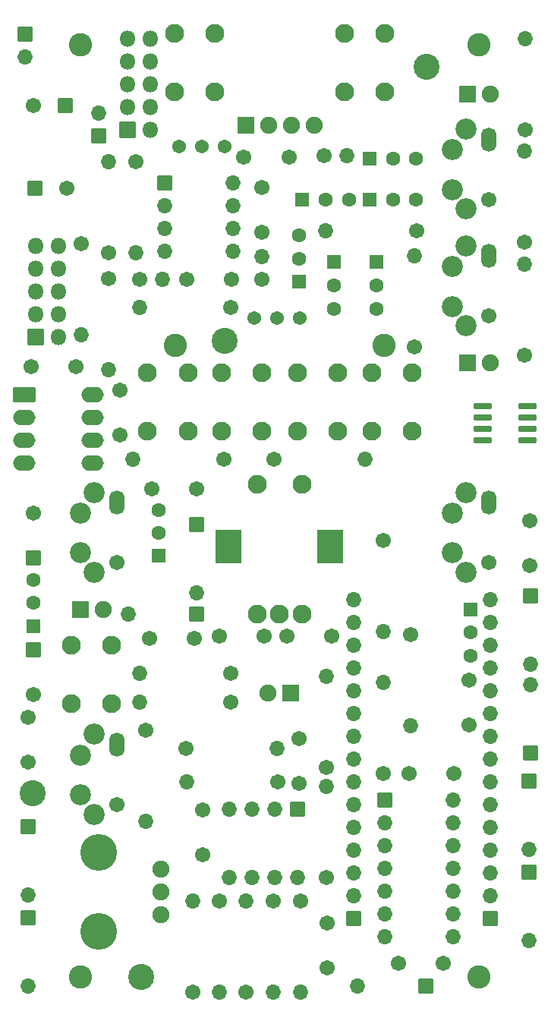
<source format=gbr>
%TF.GenerationSoftware,KiCad,Pcbnew,(6.0.1)*%
%TF.CreationDate,2023-01-10T08:50:25-08:00*%
%TF.ProjectId,Spankulator,5370616e-6b75-46c6-9174-6f722e6b6963,5.1*%
%TF.SameCoordinates,Original*%
%TF.FileFunction,Soldermask,Top*%
%TF.FilePolarity,Negative*%
%FSLAX46Y46*%
G04 Gerber Fmt 4.6, Leading zero omitted, Abs format (unit mm)*
G04 Created by KiCad (PCBNEW (6.0.1)) date 2023-01-10 08:50:25*
%MOMM*%
%LPD*%
G01*
G04 APERTURE LIST*
G04 Aperture macros list*
%AMRoundRect*
0 Rectangle with rounded corners*
0 $1 Rounding radius*
0 $2 $3 $4 $5 $6 $7 $8 $9 X,Y pos of 4 corners*
0 Add a 4 corners polygon primitive as box body*
4,1,4,$2,$3,$4,$5,$6,$7,$8,$9,$2,$3,0*
0 Add four circle primitives for the rounded corners*
1,1,$1+$1,$2,$3*
1,1,$1+$1,$4,$5*
1,1,$1+$1,$6,$7*
1,1,$1+$1,$8,$9*
0 Add four rect primitives between the rounded corners*
20,1,$1+$1,$2,$3,$4,$5,0*
20,1,$1+$1,$4,$5,$6,$7,0*
20,1,$1+$1,$6,$7,$8,$9,0*
20,1,$1+$1,$8,$9,$2,$3,0*%
G04 Aperture macros list end*
%ADD10RoundRect,0.051000X0.800000X0.800000X-0.800000X0.800000X-0.800000X-0.800000X0.800000X-0.800000X0*%
%ADD11C,1.702000*%
%ADD12RoundRect,0.051000X-0.800000X-0.800000X0.800000X-0.800000X0.800000X0.800000X-0.800000X0.800000X0*%
%ADD13RoundRect,0.051000X-0.900000X-0.900000X0.900000X-0.900000X0.900000X0.900000X-0.900000X0.900000X0*%
%ADD14C,1.902000*%
%ADD15C,2.352000*%
%ADD16O,1.702000X2.702000*%
%ADD17O,1.702000X1.702000*%
%ADD18C,2.102000*%
%ADD19RoundRect,0.051000X-1.400000X-1.800000X1.400000X-1.800000X1.400000X1.800000X-1.400000X1.800000X0*%
%ADD20C,2.902000*%
%ADD21C,2.602000*%
%ADD22RoundRect,0.051000X0.900000X0.900000X-0.900000X0.900000X-0.900000X-0.900000X0.900000X-0.900000X0*%
%ADD23C,4.102000*%
%ADD24RoundRect,0.051000X-0.800000X0.800000X-0.800000X-0.800000X0.800000X-0.800000X0.800000X0.800000X0*%
%ADD25RoundRect,0.051000X0.800000X-0.800000X0.800000X0.800000X-0.800000X0.800000X-0.800000X-0.800000X0*%
%ADD26RoundRect,0.051000X-0.750000X0.750000X-0.750000X-0.750000X0.750000X-0.750000X0.750000X0.750000X0*%
%ADD27C,1.602000*%
%ADD28RoundRect,0.051000X0.750000X0.750000X-0.750000X0.750000X-0.750000X-0.750000X0.750000X-0.750000X0*%
%ADD29RoundRect,0.051000X-1.200000X-0.800000X1.200000X-0.800000X1.200000X0.800000X-1.200000X0.800000X0*%
%ADD30O,2.502000X1.702000*%
%ADD31RoundRect,0.051000X0.750000X-0.750000X0.750000X0.750000X-0.750000X0.750000X-0.750000X-0.750000X0*%
%ADD32RoundRect,0.201000X-0.825000X-0.150000X0.825000X-0.150000X0.825000X0.150000X-0.825000X0.150000X0*%
%ADD33RoundRect,0.051000X-0.850000X-0.850000X0.850000X-0.850000X0.850000X0.850000X-0.850000X0.850000X0*%
%ADD34O,1.802000X1.802000*%
%ADD35C,1.542000*%
G04 APERTURE END LIST*
D10*
X61280000Y-49320000D03*
D11*
X57780000Y-49320000D03*
D12*
X57960000Y-58480000D03*
D11*
X61460000Y-58480000D03*
D13*
X106160000Y-48000000D03*
D14*
X108700000Y-48000000D03*
D13*
X63000000Y-105500000D03*
D14*
X65540000Y-105500000D03*
D15*
X64500000Y-101330000D03*
X64500000Y-92430000D03*
X63000000Y-99180000D03*
X63000000Y-94730000D03*
D16*
X67050000Y-93590000D03*
D11*
X67050000Y-100270000D03*
D15*
X106000000Y-60830000D03*
X106000000Y-51930000D03*
X104500000Y-58680000D03*
X104500000Y-54230000D03*
D16*
X108550000Y-53090000D03*
D11*
X108550000Y-59770000D03*
D15*
X106000000Y-73830000D03*
X106000000Y-64930000D03*
X104500000Y-71680000D03*
X104500000Y-67230000D03*
D16*
X108550000Y-66090000D03*
D11*
X108550000Y-72770000D03*
D15*
X106000000Y-101330000D03*
X106000000Y-92430000D03*
X104500000Y-99180000D03*
X104500000Y-94730000D03*
D16*
X108550000Y-93590000D03*
D11*
X108550000Y-100270000D03*
D15*
X64500000Y-128330000D03*
X64500000Y-119430000D03*
X63000000Y-126180000D03*
X63000000Y-121730000D03*
D16*
X67050000Y-120590000D03*
D11*
X67050000Y-127270000D03*
X79800000Y-112600000D03*
D17*
X69640000Y-112600000D03*
X96750000Y-113590000D03*
D11*
X96750000Y-123750000D03*
X79800000Y-115800000D03*
D17*
X69640000Y-115800000D03*
D11*
X69230000Y-55560000D03*
D17*
X69230000Y-65720000D03*
D11*
X100250000Y-76250000D03*
D17*
X100250000Y-66090000D03*
D18*
X82700000Y-91500000D03*
X87700000Y-91500000D03*
D19*
X90900000Y-98500000D03*
X79500000Y-98500000D03*
D18*
X82700000Y-106000000D03*
X87700000Y-106000000D03*
X85200000Y-106000000D03*
X62000000Y-116000000D03*
X62000000Y-109500000D03*
X66500000Y-109500000D03*
X66500000Y-116000000D03*
X87250000Y-85600000D03*
X87250000Y-79100000D03*
X91750000Y-85600000D03*
X91750000Y-79100000D03*
X70500000Y-79100000D03*
X70500000Y-85600000D03*
X75000000Y-85600000D03*
X75000000Y-79100000D03*
X78750000Y-79100000D03*
X78750000Y-85600000D03*
X83250000Y-85600000D03*
X83250000Y-79100000D03*
X95500000Y-85600000D03*
X95500000Y-79100000D03*
X100000000Y-79100000D03*
X100000000Y-85600000D03*
D20*
X69750000Y-146500000D03*
D12*
X97000000Y-126750000D03*
D17*
X97000000Y-129290000D03*
X97000000Y-131830000D03*
X97000000Y-134370000D03*
X97000000Y-136910000D03*
X97000000Y-139450000D03*
X97000000Y-141990000D03*
X104620000Y-141990000D03*
X104620000Y-139450000D03*
X104620000Y-136910000D03*
X104620000Y-134370000D03*
X104620000Y-131830000D03*
X104620000Y-129290000D03*
X104620000Y-126750000D03*
D18*
X92500000Y-41250000D03*
X92500000Y-47750000D03*
X97000000Y-47750000D03*
X97000000Y-41250000D03*
D21*
X107500000Y-146500000D03*
X63000000Y-146500000D03*
X63000000Y-42500000D03*
X107500000Y-42500000D03*
D11*
X70700000Y-108750000D03*
X75700000Y-108750000D03*
X104700000Y-123800000D03*
X99700000Y-123800000D03*
X81250000Y-55050000D03*
X86250000Y-55050000D03*
X74840000Y-68690000D03*
X79840000Y-68690000D03*
D13*
X106160000Y-78000000D03*
D14*
X108700000Y-78000000D03*
D13*
X81440000Y-51500000D03*
D14*
X83980000Y-51500000D03*
X86520000Y-51500000D03*
X89060000Y-51500000D03*
D18*
X73500000Y-41250000D03*
X73500000Y-47750000D03*
X78000000Y-47750000D03*
X78000000Y-41250000D03*
D22*
X86470000Y-114800000D03*
D14*
X83930000Y-114800000D03*
D11*
X84500000Y-138000000D03*
D17*
X84500000Y-148160000D03*
D11*
X90400000Y-123100000D03*
D17*
X90400000Y-112940000D03*
D11*
X74800000Y-121000000D03*
D17*
X84960000Y-121000000D03*
D11*
X85000000Y-124700000D03*
D17*
X74840000Y-124700000D03*
D11*
X90400000Y-135400000D03*
D17*
X90400000Y-125240000D03*
D11*
X81500000Y-148150000D03*
D17*
X81500000Y-137990000D03*
D11*
X78500000Y-138000000D03*
D17*
X78500000Y-148160000D03*
D23*
X65000000Y-132600000D03*
X65000000Y-141400000D03*
D14*
X72000000Y-134500000D03*
X72000000Y-137000000D03*
X72000000Y-139500000D03*
D11*
X87400000Y-124900000D03*
X87400000Y-119900000D03*
X86000000Y-108500000D03*
X91000000Y-108500000D03*
X83500000Y-108500000D03*
X78500000Y-108500000D03*
X57150000Y-117500000D03*
X57150000Y-122500000D03*
X87550000Y-138000000D03*
D17*
X87550000Y-148160000D03*
D11*
X79000000Y-88700000D03*
D17*
X68840000Y-88700000D03*
D12*
X72400000Y-57950000D03*
D17*
X72400000Y-60490000D03*
X72400000Y-63030000D03*
X72400000Y-65570000D03*
X80020000Y-65570000D03*
X80020000Y-63030000D03*
X80020000Y-60490000D03*
X80020000Y-57950000D03*
D24*
X87250000Y-127750000D03*
D17*
X84710000Y-127750000D03*
X82170000Y-127750000D03*
X79630000Y-127750000D03*
X79630000Y-135370000D03*
X82170000Y-135370000D03*
X84710000Y-135370000D03*
X87250000Y-135370000D03*
D11*
X112500000Y-64500000D03*
D17*
X112500000Y-54340000D03*
D11*
X76600000Y-132850000D03*
X76600000Y-127850000D03*
D25*
X113230000Y-121500000D03*
D17*
X113230000Y-113880000D03*
D10*
X101500000Y-147500000D03*
D17*
X93880000Y-147500000D03*
D21*
X73550000Y-76000000D03*
X96850000Y-76000000D03*
D26*
X87360000Y-68960000D03*
D27*
X87360000Y-66360000D03*
X87360000Y-63760000D03*
D28*
X87750000Y-59750000D03*
D27*
X90350000Y-59750000D03*
X92950000Y-59750000D03*
D11*
X79810000Y-71776000D03*
D17*
X69650000Y-71776000D03*
D11*
X69610000Y-68670000D03*
D17*
X72150000Y-68670000D03*
D11*
X83250000Y-68670000D03*
D17*
X83250000Y-66130000D03*
D11*
X100500000Y-63250000D03*
D17*
X90340000Y-63250000D03*
D11*
X57530000Y-78420000D03*
X62530000Y-78420000D03*
D29*
X56750000Y-81510000D03*
D30*
X56750000Y-84050000D03*
X56750000Y-86590000D03*
X56750000Y-89130000D03*
X64370000Y-89130000D03*
X64370000Y-86590000D03*
X64370000Y-84050000D03*
X64370000Y-81510000D03*
D24*
X113086000Y-124608000D03*
D17*
X113086000Y-132228000D03*
D24*
X113086000Y-134768000D03*
D17*
X113086000Y-142388000D03*
D24*
X75930000Y-96040000D03*
D17*
X75930000Y-103660000D03*
D10*
X75970000Y-106040000D03*
D17*
X68350000Y-106040000D03*
D24*
X113230000Y-103980000D03*
D17*
X113230000Y-111600000D03*
D11*
X84600000Y-88700000D03*
D17*
X94760000Y-88700000D03*
D26*
X57750000Y-107374999D03*
D27*
X57750000Y-104774999D03*
X57750000Y-102174999D03*
D24*
X57750000Y-110000000D03*
D11*
X57750000Y-115000000D03*
D25*
X57750000Y-99750000D03*
D11*
X57750000Y-94750000D03*
X90500000Y-140500000D03*
X90500000Y-145500000D03*
X75500000Y-148160000D03*
D17*
X75500000Y-138000000D03*
D31*
X96000000Y-66750000D03*
D27*
X96000000Y-69350000D03*
X96000000Y-71950000D03*
D28*
X95250000Y-59750000D03*
D27*
X97850000Y-59750000D03*
X100450000Y-59750000D03*
D11*
X90155000Y-54870000D03*
D17*
X92695000Y-54870000D03*
D31*
X91250000Y-66750000D03*
D27*
X91250000Y-69350000D03*
X91250000Y-71950000D03*
D28*
X95250000Y-55250000D03*
D27*
X97850000Y-55250000D03*
X100450000Y-55250000D03*
D11*
X112650000Y-52000000D03*
D17*
X112650000Y-41840000D03*
D11*
X70250000Y-119000000D03*
D17*
X70250000Y-129160000D03*
D11*
X66120000Y-68600000D03*
D17*
X66120000Y-78760000D03*
X66150000Y-55570000D03*
D11*
X66150000Y-65730000D03*
X63100000Y-64664000D03*
D17*
X63100000Y-74824000D03*
D24*
X57206000Y-139848000D03*
D17*
X57206000Y-147468000D03*
D11*
X103484800Y-144928000D03*
X98484800Y-144928000D03*
D24*
X57206000Y-129688000D03*
D17*
X57206000Y-137308000D03*
D31*
X71750000Y-99462000D03*
D27*
X71750000Y-96922000D03*
X71750000Y-94382000D03*
D11*
X113110000Y-100610000D03*
X113110000Y-95610000D03*
X71000000Y-92000000D03*
X76000000Y-92000000D03*
X67424000Y-81031200D03*
X67424000Y-86031200D03*
X83250000Y-58420000D03*
X83250000Y-63420000D03*
D25*
X65080000Y-52704315D03*
D17*
X65080000Y-50164315D03*
D11*
X106350000Y-113350000D03*
X106350000Y-118350000D03*
D31*
X106500000Y-105475000D03*
D27*
X106500000Y-108075000D03*
X106500000Y-110675000D03*
D11*
X99800000Y-108270000D03*
D17*
X99800000Y-118430000D03*
D11*
X112500000Y-77150000D03*
D17*
X112500000Y-66990000D03*
D24*
X56830000Y-41300000D03*
D17*
X56830000Y-43840000D03*
D32*
X107885000Y-82775000D03*
X107885000Y-84045000D03*
X107885000Y-85315000D03*
X107885000Y-86585000D03*
X112835000Y-86585000D03*
X112835000Y-85315000D03*
X112835000Y-84045000D03*
X112835000Y-82775000D03*
D11*
X96750000Y-97820000D03*
D17*
X96750000Y-107980000D03*
D20*
X101620000Y-44930000D03*
D33*
X57980000Y-75090000D03*
D34*
X60520000Y-75090000D03*
X57980000Y-72550000D03*
X60520000Y-72550000D03*
X57980000Y-70010000D03*
X60520000Y-70010000D03*
X57980000Y-67470000D03*
X60520000Y-67470000D03*
X57980000Y-64930000D03*
X60520000Y-64930000D03*
D35*
X73975000Y-53875000D03*
X76515000Y-53875000D03*
X79055000Y-53875000D03*
X87500000Y-73000000D03*
X84960000Y-73000000D03*
X82420000Y-73000000D03*
D20*
X57700000Y-126000000D03*
D33*
X68250000Y-52000000D03*
D34*
X70790000Y-52000000D03*
X68250000Y-49460000D03*
X70790000Y-49460000D03*
X68250000Y-46920000D03*
X70790000Y-46920000D03*
X68250000Y-44380000D03*
X70790000Y-44380000D03*
X68250000Y-41840000D03*
X70790000Y-41840000D03*
D20*
X79100000Y-75500000D03*
D12*
X93500000Y-140000000D03*
D17*
X93500000Y-137460000D03*
X93500000Y-134920000D03*
X93500000Y-132380000D03*
X93500000Y-129840000D03*
X93500000Y-127300000D03*
X93500000Y-124760000D03*
X93500000Y-122220000D03*
X93500000Y-119680000D03*
X93500000Y-117140000D03*
X93500000Y-114600000D03*
X93500000Y-112060000D03*
X93500000Y-109520000D03*
X93500000Y-106980000D03*
X93500000Y-104440000D03*
D12*
X108740000Y-140000000D03*
D17*
X108740000Y-137460000D03*
X108740000Y-134920000D03*
X108740000Y-132380000D03*
X108740000Y-129840000D03*
X108740000Y-127300000D03*
X108740000Y-124760000D03*
X108740000Y-122220000D03*
X108740000Y-119680000D03*
X108740000Y-117140000D03*
X108740000Y-114600000D03*
X108740000Y-112060000D03*
X108740000Y-109520000D03*
X108740000Y-106980000D03*
X108740000Y-104440000D03*
M02*

</source>
